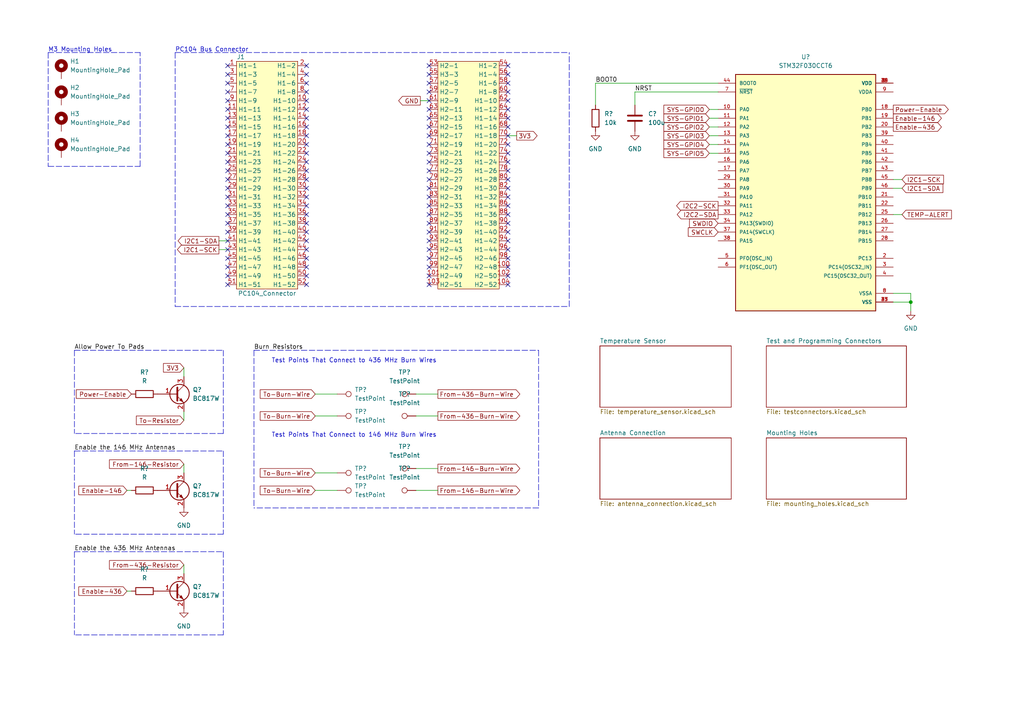
<source format=kicad_sch>
(kicad_sch (version 20211123) (generator eeschema)
  (paper "A4")
  (lib_symbols
    (symbol "Connector:TestPoint" (pin_numbers hide) (pin_names (offset 0.762) hide)
      (property "Reference" "TP" (at 0 6.858 0))
      (property "Value" "TestPoint" (at 0 5.08 0))
      (symbol "TestPoint_0_1"
        (circle (center 0 3.302) (radius 0.762))
      )
      (symbol "TestPoint_1_1"
        (pin passive line (at 0 0 90) (length 2.54) (name "1") (number "1"))
      )
    )
    (symbol "Device:C" (pin_numbers hide) (pin_names (offset 0.254))
      (property "Reference" "C" (at 0.635 2.54 0))
      (property "Value" "C" (at 0.635 -2.54 0))
      (symbol "C_0_1"
        (polyline (pts (xy -2.032 -0.762) (xy 2.032 -0.762)) (stroke (width 0.508)))
        (polyline (pts (xy -2.032 0.762) (xy 2.032 0.762)) (stroke (width 0.508)))
      )
      (symbol "C_1_1"
        (pin passive line (at 0 3.81 270) (length 2.794) (name "~") (number "1"))
        (pin passive line (at 0 -3.81 90) (length 2.794) (name "~") (number "2"))
      )
    )
    (symbol "Device:R" (pin_numbers hide) (pin_names (offset 0))
      (property "Reference" "R" (at 2.032 0 90))
      (property "Value" "R" (at 0 0 90))
      (symbol "R_0_1"
        (rectangle (start -1.016 -2.54) (end 1.016 2.54) (stroke (width 0.254)))
      )
      (symbol "R_1_1"
        (pin passive line (at 0 3.81 270) (length 1.27) (name "~") (number "1"))
        (pin passive line (at 0 -3.81 90) (length 1.27) (name "~") (number "2"))
      )
    )
    (symbol "Mechanical:MountingHole_Pad" (pin_numbers hide) (pin_names (offset 1.016) hide)
      (property "Reference" "H" (at 0 6.35 0))
      (property "Value" "MountingHole_Pad" (at 0 4.445 0))
      (symbol "MountingHole_Pad_0_1"
        (circle (center 0 1.27) (radius 1.27) (stroke (width 1.27)))
      )
      (symbol "MountingHole_Pad_1_1"
        (pin input line (at 0 -2.54 90) (length 2.54) (name "1") (number "1"))
      )
    )
    (symbol "STM32F030CCT6:STM32F030CCT6" (pin_names (offset 1.016))
      (property "Reference" "U" (at -20.3383 33.0497 0))
      (property "Value" "STM32F030CCT6" (at -20.3351 -38.1284 0))
      (symbol "STM32F030CCT6_0_0"
        (rectangle (start -20.32 -35.56) (end 20.32 33.02) (stroke (width 0.254)) (fill (type background)))
        (pin power_in line (at 25.4 30.48 180) (length 5.08) (name "VDD") (number "1"))
        (pin bidirectional line (at -25.4 22.86 0) (length 5.08) (name "PA0") (number "10"))
        (pin bidirectional line (at -25.4 20.32 0) (length 5.08) (name "PA1") (number "11"))
        (pin bidirectional line (at -25.4 17.78 0) (length 5.08) (name "PA2") (number "12"))
        (pin bidirectional line (at -25.4 15.24 0) (length 5.08) (name "PA3") (number "13"))
        (pin bidirectional line (at -25.4 12.7 0) (length 5.08) (name "PA4") (number "14"))
        (pin bidirectional line (at -25.4 10.16 0) (length 5.08) (name "PA5") (number "15"))
        (pin bidirectional line (at -25.4 7.62 0) (length 5.08) (name "PA6") (number "16"))
        (pin bidirectional line (at -25.4 5.08 0) (length 5.08) (name "PA7") (number "17"))
        (pin bidirectional line (at 25.4 22.86 180) (length 5.08) (name "PB0") (number "18"))
        (pin bidirectional line (at 25.4 20.32 180) (length 5.08) (name "PB1") (number "19"))
        (pin bidirectional line (at 25.4 -20.32 180) (length 5.08) (name "PC13") (number "2"))
        (pin bidirectional line (at 25.4 17.78 180) (length 5.08) (name "PB2") (number "20"))
        (pin bidirectional line (at 25.4 -2.54 180) (length 5.08) (name "PB10") (number "21"))
        (pin bidirectional line (at 25.4 -5.08 180) (length 5.08) (name "PB11") (number "22"))
        (pin power_in line (at 25.4 -33.02 180) (length 5.08) (name "VSS") (number "23"))
        (pin power_in line (at 25.4 30.48 180) (length 5.08) (name "VDD") (number "24"))
        (pin bidirectional line (at 25.4 -7.62 180) (length 5.08) (name "PB12") (number "25"))
        (pin bidirectional line (at 25.4 -10.16 180) (length 5.08) (name "PB13") (number "26"))
        (pin bidirectional line (at 25.4 -12.7 180) (length 5.08) (name "PB14") (number "27"))
        (pin bidirectional line (at 25.4 -15.24 180) (length 5.08) (name "PB15") (number "28"))
        (pin bidirectional line (at -25.4 2.54 0) (length 5.08) (name "PA8") (number "29"))
        (pin bidirectional line (at 25.4 -22.86 180) (length 5.08) (name "PC14(OSC32_IN)") (number "3"))
        (pin bidirectional line (at -25.4 0 0) (length 5.08) (name "PA9") (number "30"))
        (pin bidirectional line (at -25.4 -2.54 0) (length 5.08) (name "PA10") (number "31"))
        (pin bidirectional line (at -25.4 -5.08 0) (length 5.08) (name "PA11") (number "32"))
        (pin bidirectional line (at -25.4 -7.62 0) (length 5.08) (name "PA12") (number "33"))
        (pin bidirectional line (at -25.4 -10.16 0) (length 5.08) (name "PA13(SWDIO)") (number "34"))
        (pin power_in line (at 25.4 -33.02 180) (length 5.08) (name "VSS") (number "35"))
        (pin power_in line (at 25.4 30.48 180) (length 5.08) (name "VDD") (number "36"))
        (pin bidirectional line (at -25.4 -12.7 0) (length 5.08) (name "PA14(SWCLK)") (number "37"))
        (pin bidirectional line (at -25.4 -15.24 0) (length 5.08) (name "PA15") (number "38"))
        (pin bidirectional line (at 25.4 15.24 180) (length 5.08) (name "PB3") (number "39"))
        (pin bidirectional line (at 25.4 -25.4 180) (length 5.08) (name "PC15(OSC32_OUT)") (number "4"))
        (pin bidirectional line (at 25.4 12.7 180) (length 5.08) (name "PB4") (number "40"))
        (pin bidirectional line (at 25.4 10.16 180) (length 5.08) (name "PB5") (number "41"))
        (pin bidirectional line (at 25.4 7.62 180) (length 5.08) (name "PB6") (number "42"))
        (pin bidirectional line (at 25.4 5.08 180) (length 5.08) (name "PB7") (number "43"))
        (pin input line (at -25.4 30.48 0) (length 5.08) (name "BOOT0") (number "44"))
        (pin bidirectional line (at 25.4 2.54 180) (length 5.08) (name "PB8") (number "45"))
        (pin bidirectional line (at 25.4 0 180) (length 5.08) (name "PB9") (number "46"))
        (pin power_in line (at 25.4 -33.02 180) (length 5.08) (name "VSS") (number "47"))
        (pin power_in line (at 25.4 30.48 180) (length 5.08) (name "VDD") (number "48"))
        (pin bidirectional line (at -25.4 -20.32 0) (length 5.08) (name "PF0(OSC_IN)") (number "5"))
        (pin bidirectional line (at -25.4 -22.86 0) (length 5.08) (name "PF1(OSC_OUT)") (number "6"))
        (pin bidirectional line (at -25.4 27.94 0) (length 5.08) (name "~{NRST}") (number "7"))
        (pin power_in line (at 25.4 -30.48 180) (length 5.08) (name "VSSA") (number "8"))
        (pin power_in line (at 25.4 27.94 180) (length 5.08) (name "VDDA") (number "9"))
      )
    )
    (symbol "Transistor_BJT:BC817W" (pin_names (offset 0) hide)
      (property "Reference" "Q" (at 5.08 1.905 0))
      (property "Value" "BC817W" (at 5.08 0 0))
      (symbol "BC817W_0_1"
        (polyline (pts (xy 0.635 0.635) (xy 2.54 2.54)))
        (polyline (pts (xy 0.635 -0.635) (xy 2.54 -2.54) (xy 2.54 -2.54)))
        (polyline (pts (xy 0.635 1.905) (xy 0.635 -1.905) (xy 0.635 -1.905)) (stroke (width 0.508)))
        (polyline (pts (xy 1.27 -1.778) (xy 1.778 -1.27) (xy 2.286 -2.286) (xy 1.27 -1.778) (xy 1.27 -1.778)) (fill (type outline)))
        (circle (center 1.27 0) (radius 2.8194) (stroke (width 0.254)))
      )
      (symbol "BC817W_1_1"
        (pin input line (at -5.08 0 0) (length 5.715) (name "B") (number "1"))
        (pin passive line (at 2.54 -5.08 90) (length 2.54) (name "E") (number "2"))
        (pin passive line (at 2.54 5.08 270) (length 2.54) (name "C") (number "3"))
      )
    )
    (symbol "power:GND" (power) (pin_names (offset 0))
      (property "Value" "GND" (at 0 -3.81 0))
      (symbol "GND_0_1"
        (polyline (pts (xy 0 0) (xy 0 -1.27) (xy 1.27 -1.27) (xy 0 -2.54) (xy -1.27 -1.27) (xy 0 -1.27)))
      )
      (symbol "GND_1_1"
        (pin power_in line (at 0 0 270) (length 0) hide (name "GND") (number "1"))
      )
    )
    (symbol "qset-connector-library:PC104_Connector"
      (property "Reference" "J" (at -36.83 -71.12 0))
      (property "Value" "PC104_Connector" (at -26.67 -71.12 0))
      (symbol "PC104_Connector_0_1"
        (rectangle (start -38.1 -2.54) (end -20.32 -68.58) (fill (type background)))
        (rectangle (start 20.32 -2.54) (end 38.1 -68.58) (fill (type background)))
      )
      (symbol "PC104_Connector_1_1"
        (pin bidirectional line (at -40.64 -3.81 0) (length 2.54) (name "H1-1") (number "1"))
        (pin bidirectional line (at -17.78 -13.97 180) (length 2.54) (name "H1-10") (number "10"))
        (pin bidirectional line (at 40.64 -62.23 180) (length 2.54) (name "H2-48") (number "100"))
        (pin bidirectional line (at 17.78 -64.77 0) (length 2.54) (name "H2-49") (number "101"))
        (pin bidirectional line (at 40.64 -64.77 180) (length 2.54) (name "H2-50") (number "102"))
        (pin bidirectional line (at 17.78 -67.31 0) (length 2.54) (name "H2-51") (number "103"))
        (pin bidirectional line (at 40.64 -67.31 180) (length 2.54) (name "H2-52") (number "104"))
        (pin bidirectional line (at -40.64 -16.51 0) (length 2.54) (name "H1-11") (number "11"))
        (pin bidirectional line (at -17.78 -16.51 180) (length 2.54) (name "H1-12") (number "12"))
        (pin bidirectional line (at -40.64 -19.05 0) (length 2.54) (name "H1-13") (number "13"))
        (pin bidirectional line (at -17.78 -19.05 180) (length 2.54) (name "H1-14") (number "14"))
        (pin bidirectional line (at -40.64 -21.59 0) (length 2.54) (name "H1-15") (number "15"))
        (pin bidirectional line (at -17.78 -21.59 180) (length 2.54) (name "H1-16") (number "16"))
        (pin bidirectional line (at -40.64 -24.13 0) (length 2.54) (name "H1-17") (number "17"))
        (pin bidirectional line (at -17.78 -24.13 180) (length 2.54) (name "H1-18") (number "18"))
        (pin bidirectional line (at -40.64 -26.67 0) (length 2.54) (name "H1-19") (number "19"))
        (pin bidirectional line (at -17.78 -3.81 180) (length 2.54) (name "H1-2") (number "2"))
        (pin bidirectional line (at -17.78 -26.67 180) (length 2.54) (name "H1-20") (number "20"))
        (pin bidirectional line (at -40.64 -29.21 0) (length 2.54) (name "H1-21") (number "21"))
        (pin bidirectional line (at -17.78 -29.21 180) (length 2.54) (name "H1-22") (number "22"))
        (pin bidirectional line (at -40.64 -31.75 0) (length 2.54) (name "H1-23") (number "23"))
        (pin bidirectional line (at -17.78 -31.75 180) (length 2.54) (name "H1-24") (number "24"))
        (pin bidirectional line (at -40.64 -34.29 0) (length 2.54) (name "H1-25") (number "25"))
        (pin bidirectional line (at -17.78 -34.29 180) (length 2.54) (name "H1-26") (number "26"))
        (pin bidirectional line (at -40.64 -36.83 0) (length 2.54) (name "H1-27") (number "27"))
        (pin bidirectional line (at -17.78 -36.83 180) (length 2.54) (name "H1-28") (number "28"))
        (pin bidirectional line (at -40.64 -39.37 0) (length 2.54) (name "H1-29") (number "29"))
        (pin bidirectional line (at -40.64 -6.35 0) (length 2.54) (name "H1-3") (number "3"))
        (pin bidirectional line (at -17.78 -39.37 180) (length 2.54) (name "H1-30") (number "30"))
        (pin bidirectional line (at -40.64 -41.91 0) (length 2.54) (name "H1-31") (number "31"))
        (pin bidirectional line (at -17.78 -41.91 180) (length 2.54) (name "H1-32") (number "32"))
        (pin bidirectional line (at -40.64 -44.45 0) (length 2.54) (name "H1-33") (number "33"))
        (pin bidirectional line (at -17.78 -44.45 180) (length 2.54) (name "H1-34") (number "34"))
        (pin bidirectional line (at -40.64 -46.99 0) (length 2.54) (name "H1-35") (number "35"))
        (pin bidirectional line (at -17.78 -46.99 180) (length 2.54) (name "H1-36") (number "36"))
        (pin bidirectional line (at -40.64 -49.53 0) (length 2.54) (name "H1-37") (number "37"))
        (pin bidirectional line (at -17.78 -49.53 180) (length 2.54) (name "H1-38") (number "38"))
        (pin bidirectional line (at -40.64 -52.07 0) (length 2.54) (name "H1-39") (number "39"))
        (pin bidirectional line (at -17.78 -6.35 180) (length 2.54) (name "H1-4") (number "4"))
        (pin bidirectional line (at -17.78 -52.07 180) (length 2.54) (name "H1-40") (number "40"))
        (pin bidirectional line (at -40.64 -54.61 0) (length 2.54) (name "H1-41") (number "41"))
        (pin bidirectional line (at -17.78 -54.61 180) (length 2.54) (name "H1-42") (number "42"))
        (pin bidirectional line (at -40.64 -57.15 0) (length 2.54) (name "H1-43") (number "43"))
        (pin bidirectional line (at -17.78 -57.15 180) (length 2.54) (name "H1-44") (number "44"))
        (pin bidirectional line (at -40.64 -59.69 0) (length 2.54) (name "H1-45") (number "45"))
        (pin bidirectional line (at -17.78 -59.69 180) (length 2.54) (name "H1-46") (number "46"))
        (pin bidirectional line (at -40.64 -62.23 0) (length 2.54) (name "H1-47") (number "47"))
        (pin bidirectional line (at -17.78 -62.23 180) (length 2.54) (name "H1-48") (number "48"))
        (pin bidirectional line (at -40.64 -64.77 0) (length 2.54) (name "H1-49") (number "49"))
        (pin bidirectional line (at -40.64 -8.89 0) (length 2.54) (name "H1-5") (number "5"))
        (pin bidirectional line (at -17.78 -64.77 180) (length 2.54) (name "H1-50") (number "50"))
        (pin bidirectional line (at -40.64 -67.31 0) (length 2.54) (name "H1-51") (number "51"))
        (pin bidirectional line (at -17.78 -67.31 180) (length 2.54) (name "H1-52") (number "52"))
        (pin bidirectional line (at 17.78 -3.81 0) (length 2.54) (name "H2-1") (number "53"))
        (pin bidirectional line (at 40.64 -3.81 180) (length 2.54) (name "H1-2") (number "54"))
        (pin bidirectional line (at 17.78 -6.35 0) (length 2.54) (name "H3-3") (number "55"))
        (pin bidirectional line (at 40.64 -6.35 180) (length 2.54) (name "H1-4") (number "56"))
        (pin bidirectional line (at 17.78 -8.89 0) (length 2.54) (name "H2-5") (number "57"))
        (pin bidirectional line (at 40.64 -8.89 180) (length 2.54) (name "H1-6") (number "58"))
        (pin bidirectional line (at 17.78 -11.43 0) (length 2.54) (name "H2-7") (number "59"))
        (pin bidirectional line (at -17.78 -8.89 180) (length 2.54) (name "H1-6") (number "6"))
        (pin bidirectional line (at 40.64 -11.43 180) (length 2.54) (name "H1-8") (number "60"))
        (pin bidirectional line (at 17.78 -13.97 0) (length 2.54) (name "H2-9") (number "61"))
        (pin bidirectional line (at 40.64 -13.97 180) (length 2.54) (name "H1-10") (number "62"))
        (pin bidirectional line (at 17.78 -16.51 0) (length 2.54) (name "H2-11") (number "63"))
        (pin bidirectional line (at 40.64 -16.51 180) (length 2.54) (name "H1-12") (number "64"))
        (pin bidirectional line (at 17.78 -19.05 0) (length 2.54) (name "H2-13") (number "65"))
        (pin bidirectional line (at 40.64 -19.05 180) (length 2.54) (name "H1-14") (number "66"))
        (pin bidirectional line (at 17.78 -21.59 0) (length 2.54) (name "H2-15") (number "67"))
        (pin bidirectional line (at 40.64 -21.59 180) (length 2.54) (name "H1-16") (number "68"))
        (pin bidirectional line (at 17.78 -24.13 0) (length 2.54) (name "H2-17") (number "69"))
        (pin bidirectional line (at -40.64 -11.43 0) (length 2.54) (name "H1-7") (number "7"))
        (pin bidirectional line (at 40.64 -24.13 180) (length 2.54) (name "H1-18") (number "70"))
        (pin bidirectional line (at 17.78 -26.67 0) (length 2.54) (name "H2-19") (number "71"))
        (pin bidirectional line (at 40.64 -26.67 180) (length 2.54) (name "H1-20") (number "72"))
        (pin bidirectional line (at 17.78 -29.21 0) (length 2.54) (name "H2-21") (number "73"))
        (pin bidirectional line (at 40.64 -29.21 180) (length 2.54) (name "H1-22") (number "74"))
        (pin bidirectional line (at 17.78 -31.75 0) (length 2.54) (name "H2-23") (number "75"))
        (pin bidirectional line (at 40.64 -31.75 180) (length 2.54) (name "H1-24") (number "76"))
        (pin bidirectional line (at 17.78 -34.29 0) (length 2.54) (name "H2-25") (number "77"))
        (pin bidirectional line (at 40.64 -34.29 180) (length 2.54) (name "H1-26") (number "78"))
        (pin bidirectional line (at 17.78 -36.83 0) (length 2.54) (name "H2-27") (number "79"))
        (pin bidirectional line (at -17.78 -11.43 180) (length 2.54) (name "H1-8") (number "8"))
        (pin bidirectional line (at 40.64 -36.83 180) (length 2.54) (name "H1-28") (number "80"))
        (pin bidirectional line (at 17.78 -39.37 0) (length 2.54) (name "H2-29") (number "81"))
        (pin bidirectional line (at 40.64 -39.37 180) (length 2.54) (name "H1-30") (number "82"))
        (pin bidirectional line (at 17.78 -41.91 0) (length 2.54) (name "H2-31") (number "83"))
        (pin bidirectional line (at 40.64 -41.91 180) (length 2.54) (name "H1-32") (number "84"))
        (pin bidirectional line (at 17.78 -44.45 0) (length 2.54) (name "H2-33") (number "85"))
        (pin bidirectional line (at 40.64 -44.45 180) (length 2.54) (name "H1-34") (number "86"))
        (pin bidirectional line (at 17.78 -46.99 0) (length 2.54) (name "H2-35") (number "87"))
        (pin bidirectional line (at 40.64 -46.99 180) (length 2.54) (name "H1-36") (number "88"))
        (pin bidirectional line (at 17.78 -49.53 0) (length 2.54) (name "H2-37") (number "89"))
        (pin bidirectional line (at -40.64 -13.97 0) (length 2.54) (name "H1-9") (number "9"))
        (pin bidirectional line (at 40.64 -49.53 180) (length 2.54) (name "H1-38") (number "90"))
        (pin bidirectional line (at 17.78 -52.07 0) (length 2.54) (name "H2-39") (number "91"))
        (pin bidirectional line (at 40.64 -52.07 180) (length 2.54) (name "H1-40") (number "92"))
        (pin bidirectional line (at 17.78 -54.61 0) (length 2.54) (name "H2-41") (number "93"))
        (pin bidirectional line (at 40.64 -54.61 180) (length 2.54) (name "H1-42") (number "94"))
        (pin bidirectional line (at 17.78 -57.15 0) (length 2.54) (name "H2-43") (number "95"))
        (pin bidirectional line (at 40.64 -57.15 180) (length 2.54) (name "H1-44") (number "96"))
        (pin bidirectional line (at 17.78 -59.69 0) (length 2.54) (name "H2-45") (number "97"))
        (pin bidirectional line (at 40.64 -59.69 180) (length 2.54) (name "H2-46") (number "98"))
        (pin bidirectional line (at 17.78 -62.23 0) (length 2.54) (name "H2-47") (number "99"))
      )
    )
  )
  (junction (at 264.16 87.63))
  (no_connect (at 66.04 29.21))
  (no_connect (at 66.04 31.75))
  (no_connect (at 66.04 46.99))
  (no_connect (at 66.04 19.05))
  (no_connect (at 66.04 21.59))
  (no_connect (at 66.04 24.13))
  (no_connect (at 66.04 26.67))
  (no_connect (at 66.04 34.29))
  (no_connect (at 66.04 36.83))
  (no_connect (at 66.04 39.37))
  (no_connect (at 66.04 41.91))
  (no_connect (at 66.04 44.45))
  (no_connect (at 66.04 59.69))
  (no_connect (at 66.04 62.23))
  (no_connect (at 66.04 64.77))
  (no_connect (at 66.04 67.31))
  (no_connect (at 66.04 69.85))
  (no_connect (at 66.04 72.39))
  (no_connect (at 66.04 74.93))
  (no_connect (at 66.04 77.47))
  (no_connect (at 66.04 80.01))
  (no_connect (at 66.04 82.55))
  (no_connect (at 88.9 82.55))
  (no_connect (at 88.9 80.01))
  (no_connect (at 88.9 77.47))
  (no_connect (at 88.9 74.93))
  (no_connect (at 88.9 72.39))
  (no_connect (at 88.9 69.85))
  (no_connect (at 88.9 67.31))
  (no_connect (at 88.9 64.77))
  (no_connect (at 88.9 62.23))
  (no_connect (at 88.9 59.69))
  (no_connect (at 66.04 49.53))
  (no_connect (at 66.04 52.07))
  (no_connect (at 66.04 54.61))
  (no_connect (at 66.04 57.15))
  (no_connect (at 88.9 57.15))
  (no_connect (at 88.9 54.61))
  (no_connect (at 88.9 52.07))
  (no_connect (at 88.9 49.53))
  (no_connect (at 88.9 46.99))
  (no_connect (at 88.9 44.45))
  (no_connect (at 88.9 41.91))
  (no_connect (at 88.9 36.83))
  (no_connect (at 88.9 39.37))
  (no_connect (at 88.9 19.05))
  (no_connect (at 88.9 21.59))
  (no_connect (at 88.9 24.13))
  (no_connect (at 88.9 26.67))
  (no_connect (at 88.9 29.21))
  (no_connect (at 88.9 31.75))
  (no_connect (at 88.9 34.29))
  (no_connect (at 124.46 31.75))
  (no_connect (at 124.46 19.05))
  (no_connect (at 124.46 21.59))
  (no_connect (at 124.46 24.13))
  (no_connect (at 124.46 26.67))
  (no_connect (at 124.46 29.21))
  (no_connect (at 124.46 34.29))
  (no_connect (at 124.46 36.83))
  (no_connect (at 124.46 39.37))
  (no_connect (at 124.46 41.91))
  (no_connect (at 124.46 44.45))
  (no_connect (at 124.46 46.99))
  (no_connect (at 124.46 49.53))
  (no_connect (at 124.46 52.07))
  (no_connect (at 124.46 54.61))
  (no_connect (at 124.46 57.15))
  (no_connect (at 124.46 59.69))
  (no_connect (at 124.46 62.23))
  (no_connect (at 124.46 64.77))
  (no_connect (at 124.46 67.31))
  (no_connect (at 124.46 69.85))
  (no_connect (at 124.46 72.39))
  (no_connect (at 124.46 74.93))
  (no_connect (at 124.46 77.47))
  (no_connect (at 124.46 80.01))
  (no_connect (at 124.46 82.55))
  (no_connect (at 147.32 82.55))
  (no_connect (at 147.32 80.01))
  (no_connect (at 147.32 77.47))
  (no_connect (at 147.32 74.93))
  (no_connect (at 147.32 72.39))
  (no_connect (at 147.32 69.85))
  (no_connect (at 147.32 67.31))
  (no_connect (at 147.32 64.77))
  (no_connect (at 147.32 62.23))
  (no_connect (at 147.32 59.69))
  (no_connect (at 147.32 57.15))
  (no_connect (at 147.32 54.61))
  (no_connect (at 147.32 52.07))
  (no_connect (at 147.32 29.21))
  (no_connect (at 147.32 19.05))
  (no_connect (at 147.32 21.59))
  (no_connect (at 147.32 24.13))
  (no_connect (at 147.32 26.67))
  (no_connect (at 147.32 49.53))
  (no_connect (at 147.32 46.99))
  (no_connect (at 147.32 44.45))
  (no_connect (at 147.32 41.91))
  (no_connect (at 147.32 39.37))
  (no_connect (at 147.32 36.83))
  (no_connect (at 147.32 34.29))
  (no_connect (at 147.32 31.75))
  (wire (pts (xy 38.1 171.45) (xy 36.83 171.45)))
  (polyline (pts (xy 73.66 101.6) (xy 73.66 147.32)))
  (polyline (pts (xy 50.8 15.24) (xy 50.8 88.9)))
  (wire (pts (xy 261.62 52.07) (xy 259.08 52.07)))
  (polyline (pts (xy 73.66 101.6) (xy 156.21 101.6)))
  (polyline (pts (xy 21.59 101.6) (xy 64.77 101.6)))
  (polyline (pts (xy 64.77 160.02) (xy 64.77 184.15)))
  (wire (pts (xy 120.65 135.89) (xy 127 135.89)))
  (polyline (pts (xy 156.21 147.32) (xy 73.66 147.32)))
  (polyline (pts (xy 21.59 130.81) (xy 21.59 154.94)))
  (wire (pts (xy 259.08 87.63) (xy 264.16 87.63)))
  (wire (pts (xy 205.74 34.29) (xy 208.28 34.29)))
  (polyline (pts (xy 13.97 15.24) (xy 13.97 48.26)))
  (wire (pts (xy 172.72 24.13) (xy 208.28 24.13)))
  (wire (pts (xy 63.5 69.85) (xy 66.04 69.85)))
  (polyline (pts (xy 50.8 88.9) (xy 165.1 88.9)))
  (polyline (pts (xy 64.77 130.81) (xy 64.77 154.94)))
  (polyline (pts (xy 64.77 154.94) (xy 21.59 154.94)))
  (polyline (pts (xy 40.64 48.26) (xy 40.64 15.24)))
  (wire (pts (xy 91.44 137.16) (xy 97.79 137.16)))
  (wire (pts (xy 53.34 134.62) (xy 53.34 137.16)))
  (wire (pts (xy 38.1 142.24) (xy 36.83 142.24)))
  (wire (pts (xy 184.15 26.67) (xy 208.28 26.67)))
  (wire (pts (xy 91.44 142.24) (xy 97.79 142.24)))
  (wire (pts (xy 205.74 44.45) (xy 208.28 44.45)))
  (wire (pts (xy 261.62 54.61) (xy 259.08 54.61)))
  (wire (pts (xy 261.62 62.23) (xy 259.08 62.23)))
  (wire (pts (xy 205.74 36.83) (xy 208.28 36.83)))
  (wire (pts (xy 259.08 85.09) (xy 264.16 85.09)))
  (wire (pts (xy 172.72 30.48) (xy 172.72 24.13)))
  (wire (pts (xy 264.16 85.09) (xy 264.16 87.63)))
  (wire (pts (xy 63.5 72.39) (xy 66.04 72.39)))
  (polyline (pts (xy 21.59 101.6) (xy 21.59 125.73)))
  (wire (pts (xy 184.15 30.48) (xy 184.15 26.67)))
  (wire (pts (xy 120.65 120.65) (xy 127 120.65)))
  (polyline (pts (xy 64.77 125.73) (xy 21.59 125.73)))
  (polyline (pts (xy 156.21 101.6) (xy 156.21 147.32)))
  (polyline (pts (xy 21.59 160.02) (xy 21.59 184.15)))
  (wire (pts (xy 53.34 163.83) (xy 53.34 166.37)))
  (polyline (pts (xy 13.97 48.26) (xy 40.64 48.26)))
  (wire (pts (xy 205.74 31.75) (xy 208.28 31.75)))
  (wire (pts (xy 91.44 114.3) (xy 97.79 114.3)))
  (wire (pts (xy 264.16 87.63) (xy 264.16 90.17)))
  (wire (pts (xy 205.74 41.91) (xy 208.28 41.91)))
  (wire (pts (xy 149.86 39.37) (xy 147.32 39.37)))
  (polyline (pts (xy 64.77 184.15) (xy 21.59 184.15)))
  (wire (pts (xy 91.44 120.65) (xy 97.79 120.65)))
  (polyline (pts (xy 21.59 160.02) (xy 64.77 160.02)))
  (wire (pts (xy 120.65 142.24) (xy 127 142.24)))
  (polyline (pts (xy 21.59 130.81) (xy 64.77 130.81)))
  (polyline (pts (xy 64.77 101.6) (xy 64.77 125.73)))
  (wire (pts (xy 121.92 29.21) (xy 124.46 29.21)))
  (wire (pts (xy 53.34 119.38) (xy 53.34 121.92)))
  (polyline (pts (xy 50.8 15.24) (xy 165.1 15.24)))
  (wire (pts (xy 205.74 39.37) (xy 208.28 39.37)))
  (polyline (pts (xy 165.1 88.9) (xy 165.1 15.24)))
  (wire (pts (xy 53.34 106.68) (xy 53.34 109.22)))
  (wire (pts (xy 120.65 114.3) (xy 127 114.3)))
  (polyline (pts (xy 13.97 15.24) (xy 40.64 15.24)))
  (text "Test Points That Connect to 436 MHz Burn Wires" (at 78.74 105.41 0) (effects (font (size 1.27 1.27)) (justify left bottom)))
  (text "M3 Mounting Holes\n" (at 13.97 15.24 0) (effects (font (size 1.27 1.27)) (justify left bottom)))
  (text "Test Points That Connect to 146 MHz Burn Wires" (at 78.74 127 0) (effects (font (size 1.27 1.27)) (justify left bottom)))
  (text "PC104 Bus Connector" (at 50.8 15.24 0) (effects (font (size 1.27 1.27)) (justify left bottom)))
  (label "BOOT0" (at 172.72 24.13 0))
  (label "NRST" (at 184.15 26.67 0))
  (label "Allow Power To Pads" (at 21.59 101.6 0))
  (label "Enable the 146 MHz Antennas" (at 21.59 130.81 0))
  (label "Enable the 436 MHz Antennas" (at 21.59 160.02 0))
  (label "Burn Resistors" (at 73.66 101.6 0))
  (global_label "From-146-Resistor" (shape input) (at 53.34 134.62 180) (property "Intersheet References" "${INTERSHEET_REFS}" (effects hide)))
  (global_label "To-Burn-Wire" (shape input) (at 91.44 142.24 180) (property "Intersheet References" "${INTERSHEET_REFS}" (effects hide)))
  (global_label "SWDIO" (shape input) (at 208.28 64.77 180) (property "Intersheet References" "${INTERSHEET_REFS}" (effects hide)))
  (global_label "I2C1-SCK" (shape output) (at 63.5 72.39 180) (property "Intersheet References" "${INTERSHEET_REFS}" (effects hide)))
  (global_label "SYS-GPIO4" (shape input) (at 205.74 41.91 180) (property "Intersheet References" "${INTERSHEET_REFS}" (effects hide)))
  (global_label "SYS-GPIO5" (shape input) (at 205.74 44.45 180) (property "Intersheet References" "${INTERSHEET_REFS}" (effects hide)))
  (global_label "I2C1-SDA" (shape output) (at 63.5 69.85 180) (property "Intersheet References" "${INTERSHEET_REFS}" (effects hide)))
  (global_label "SYS-GPIO2" (shape input) (at 205.74 36.83 180) (property "Intersheet References" "${INTERSHEET_REFS}" (effects hide)))
  (global_label "I2C2-SCK" (shape output) (at 208.28 59.69 180) (property "Intersheet References" "${INTERSHEET_REFS}" (effects hide)))
  (global_label "To-Burn-Wire" (shape input) (at 91.44 114.3 180) (property "Intersheet References" "${INTERSHEET_REFS}" (effects hide)))
  (global_label "GND" (shape output) (at 121.92 29.21 180) (property "Intersheet References" "${INTERSHEET_REFS}" (effects hide)))
  (global_label "SYS-GPIO1" (shape input) (at 205.74 34.29 180) (property "Intersheet References" "${INTERSHEET_REFS}" (effects hide)))
  (global_label "SWCLK" (shape input) (at 208.28 67.31 180) (property "Intersheet References" "${INTERSHEET_REFS}" (effects hide)))
  (global_label "Power-Enable" (shape output) (at 259.08 31.75 0) (property "Intersheet References" "${INTERSHEET_REFS}" (effects hide)))
  (global_label "To-Resistor" (shape input) (at 53.34 121.92 180) (property "Intersheet References" "${INTERSHEET_REFS}" (effects hide)))
  (global_label "3V3" (shape output) (at 149.86 39.37 0) (property "Intersheet References" "${INTERSHEET_REFS}" (effects hide)))
  (global_label "Enable-146" (shape output) (at 259.08 34.29 0) (property "Intersheet References" "${INTERSHEET_REFS}" (effects hide)))
  (global_label "3V3" (shape input) (at 53.34 106.68 180) (property "Intersheet References" "${INTERSHEET_REFS}" (effects hide)))
  (global_label "I2C1-SDA" (shape input) (at 261.62 54.61 0) (property "Intersheet References" "${INTERSHEET_REFS}" (effects hide)))
  (global_label "Enable-436" (shape output) (at 259.08 36.83 0) (property "Intersheet References" "${INTERSHEET_REFS}" (effects hide)))
  (global_label "Power-Enable" (shape input) (at 38.1 114.3 180) (property "Intersheet References" "${INTERSHEET_REFS}" (effects hide)))
  (global_label "To-Burn-Wire" (shape input) (at 91.44 120.65 180) (property "Intersheet References" "${INTERSHEET_REFS}" (effects hide)))
  (global_label "I2C2-SDA" (shape output) (at 208.28 62.23 180) (property "Intersheet References" "${INTERSHEET_REFS}" (effects hide)))
  (global_label "From-146-Burn-Wire" (shape output) (at 127 135.89 0) (property "Intersheet References" "${INTERSHEET_REFS}" (effects hide)))
  (global_label "TEMP-ALERT" (shape input) (at 261.62 62.23 0) (property "Intersheet References" "${INTERSHEET_REFS}" (effects hide)))
  (global_label "I2C1-SCK" (shape input) (at 261.62 52.07 0) (property "Intersheet References" "${INTERSHEET_REFS}" (effects hide)))
  (global_label "From-436-Burn-Wire" (shape output) (at 127 114.3 0) (property "Intersheet References" "${INTERSHEET_REFS}" (effects hide)))
  (global_label "From-436-Burn-Wire" (shape output) (at 127 120.65 0) (property "Intersheet References" "${INTERSHEET_REFS}" (effects hide)))
  (global_label "SYS-GPIO3" (shape input) (at 205.74 39.37 180) (property "Intersheet References" "${INTERSHEET_REFS}" (effects hide)))
  (global_label "From-436-Resistor" (shape input) (at 53.34 163.83 180) (property "Intersheet References" "${INTERSHEET_REFS}" (effects hide)))
  (global_label "Enable-436" (shape input) (at 36.83 171.45 180) (property "Intersheet References" "${INTERSHEET_REFS}" (effects hide)))
  (global_label "Enable-146" (shape input) (at 36.83 142.24 180) (property "Intersheet References" "${INTERSHEET_REFS}" (effects hide)))
  (global_label "SYS-GPIO0" (shape input) (at 205.74 31.75 180) (property "Intersheet References" "${INTERSHEET_REFS}" (effects hide)))
  (global_label "From-146-Burn-Wire" (shape output) (at 127 142.24 0) (property "Intersheet References" "${INTERSHEET_REFS}" (effects hide)))
  (global_label "To-Burn-Wire" (shape input) (at 91.44 137.16 180) (property "Intersheet References" "${INTERSHEET_REFS}" (effects hide)))
  (symbol (lib_id "Mechanical:MountingHole_Pad") (at 17.78 27.94 0) (unit 1)
    (property "Reference" "H2" (at 20.32 25.3999 0) (effects (justify left)))
    (property "Value" "MountingHole_Pad" (at 20.32 27.9399 0) (effects (justify left)))
    (property "Footprint" "MountingHole:MountingHole_3.2mm_M3_Pad_TopBottom" (effects hide))
  )
  (symbol (lib_id "Connector:TestPoint") (at 120.65 120.65 90) (unit 1)
    (property "Reference" "TP?" (at 117.348 114.3 90))
    (property "Value" "TestPoint" (at 117.348 116.84 90))
  )
  (symbol (lib_id "power:GND") (at 184.15 38.1 0) (unit 1)
    (property "Reference" "#PWR?" (effects hide))
    (property "Value" "GND" (at 184.15 43.18 0))
  )
  (symbol (lib_id "Connector:TestPoint") (at 120.65 114.3 90) (unit 1)
    (property "Reference" "TP?" (at 117.348 107.95 90))
    (property "Value" "TestPoint" (at 117.348 110.49 90))
  )
  (symbol (lib_id "Connector:TestPoint") (at 120.65 135.89 90) (unit 1)
    (property "Reference" "TP?" (at 117.348 129.54 90))
    (property "Value" "TestPoint" (at 117.348 132.08 90))
  )
  (symbol (lib_id "Transistor_BJT:BC817W") (at 50.8 142.24 0) (unit 1)
    (property "Reference" "Q?" (at 55.88 140.9699 0) (effects (justify left)))
    (property "Value" "BC817W" (at 55.88 143.5099 0) (effects (justify left)))
    (property "Footprint" "Package_TO_SOT_SMD:SOT-323_SC-70" (effects hide))
    (property "Datasheet" "https://www.onsemi.com/pub/Collateral/BC818-D.pdf" (effects hide))
  )
  (symbol (lib_id "Device:R") (at 172.72 34.29 0) (unit 1)
    (property "Reference" "R?" (at 175.26 33.0199 0) (effects (justify left)))
    (property "Value" "10k" (at 175.26 35.5599 0) (effects (justify left)))
  )
  (symbol (lib_id "Connector:TestPoint") (at 97.79 120.65 270) (unit 1)
    (property "Reference" "TP?" (at 102.87 119.3799 90) (effects (justify left)))
    (property "Value" "TestPoint" (at 102.87 121.9199 90) (effects (justify left)))
  )
  (symbol (lib_id "power:GND") (at 172.72 38.1 0) (unit 1)
    (property "Reference" "#PWR?" (effects hide))
    (property "Value" "GND" (at 172.72 43.18 0))
  )
  (symbol (lib_id "power:GND") (at 53.34 176.53 0) (unit 1)
    (property "Reference" "#PWR?" (effects hide))
    (property "Value" "GND" (at 53.34 181.61 0))
  )
  (symbol (lib_id "Mechanical:MountingHole_Pad") (at 17.78 20.32 0) (unit 1)
    (property "Reference" "H1" (at 20.32 17.7799 0) (effects (justify left)))
    (property "Value" "MountingHole_Pad" (at 20.32 20.3199 0) (effects (justify left)))
    (property "Footprint" "MountingHole:MountingHole_3.2mm_M3_Pad_TopBottom" (effects hide))
  )
  (symbol (lib_id "power:GND") (at 264.16 90.17 0) (unit 1)
    (property "Reference" "#PWR?" (effects hide))
    (property "Value" "GND" (at 264.16 95.25 0))
  )
  (symbol (lib_id "Device:R") (at 41.91 142.24 90) (unit 1)
    (property "Reference" "R?" (at 41.91 135.89 90))
    (property "Value" "R" (at 41.91 138.43 90))
  )
  (symbol (lib_id "Transistor_BJT:BC817W") (at 50.8 114.3 0) (unit 1)
    (property "Reference" "Q?" (at 55.88 113.0299 0) (effects (justify left)))
    (property "Value" "BC817W" (at 55.88 115.5699 0) (effects (justify left)))
    (property "Footprint" "Package_TO_SOT_SMD:SOT-323_SC-70" (effects hide))
    (property "Datasheet" "https://www.onsemi.com/pub/Collateral/BC818-D.pdf" (effects hide))
  )
  (symbol (lib_id "Connector:TestPoint") (at 97.79 142.24 270) (unit 1)
    (property "Reference" "TP?" (at 102.87 140.9699 90) (effects (justify left)))
    (property "Value" "TestPoint" (at 102.87 143.5099 90) (effects (justify left)))
  )
  (symbol (lib_id "Mechanical:MountingHole_Pad") (at 17.78 43.18 0) (unit 1)
    (property "Reference" "H4" (at 20.32 40.6399 0) (effects (justify left)))
    (property "Value" "MountingHole_Pad" (at 20.32 43.1799 0) (effects (justify left)))
    (property "Footprint" "MountingHole:MountingHole_3.2mm_M3_Pad_TopBottom" (effects hide))
  )
  (symbol (lib_id "Connector:TestPoint") (at 120.65 142.24 90) (unit 1)
    (property "Reference" "TP?" (at 117.348 135.89 90))
    (property "Value" "TestPoint" (at 117.348 138.43 90))
  )
  (symbol (lib_id "Device:R") (at 41.91 171.45 90) (unit 1)
    (property "Reference" "R?" (at 41.91 165.1 90))
    (property "Value" "R" (at 41.91 167.64 90))
  )
  (symbol (lib_id "Connector:TestPoint") (at 97.79 137.16 270) (unit 1)
    (property "Reference" "TP?" (at 102.87 135.8899 90) (effects (justify left)))
    (property "Value" "TestPoint" (at 102.87 138.4299 90) (effects (justify left)))
  )
  (symbol (lib_id "STM32F030CCT6:STM32F030CCT6") (at 233.68 54.61 0) (unit 1)
    (property "Reference" "U?" (at 233.68 16.51 0))
    (property "Value" "STM32F030CCT6" (at 233.68 19.05 0))
    (property "Footprint" "QFP50P900X900X160-48N" (effects hide))
    (property "MANUFACTURER" "STMicroelectronics" (effects hide))
  )
  (symbol (lib_id "qset-connector-library:PC104_Connector") (at 106.68 15.24 0) (unit 1)
    (property "Reference" "J1" (at 69.85 16.51 0))
    (property "Value" "PC104_Connector" (at 77.47 85.09 0))
    (property "Footprint" "pc104-connector:pc104-connector" (effects hide))
  )
  (symbol (lib_id "Device:R") (at 41.91 114.3 90) (unit 1)
    (property "Reference" "R?" (at 41.91 107.95 90))
    (property "Value" "R" (at 41.91 110.49 90))
  )
  (symbol (lib_id "power:GND") (at 53.34 147.32 0) (unit 1)
    (property "Reference" "#PWR?" (effects hide))
    (property "Value" "GND" (at 53.34 152.4 0))
  )
  (symbol (lib_id "Connector:TestPoint") (at 97.79 114.3 270) (unit 1)
    (property "Reference" "TP?" (at 102.87 113.0299 90) (effects (justify left)))
    (property "Value" "TestPoint" (at 102.87 115.5699 90) (effects (justify left)))
  )
  (symbol (lib_id "Mechanical:MountingHole_Pad") (at 17.78 35.56 0) (unit 1)
    (property "Reference" "H3" (at 20.32 33.0199 0) (effects (justify left)))
    (property "Value" "MountingHole_Pad" (at 20.32 35.5599 0) (effects (justify left)))
    (property "Footprint" "MountingHole:MountingHole_3.2mm_M3_Pad_TopBottom" (effects hide))
  )
  (symbol (lib_id "Device:C") (at 184.15 34.29 0) (unit 1)
    (property "Reference" "C?" (at 187.96 33.0199 0) (effects (justify left)))
    (property "Value" "100u" (at 187.96 35.5599 0) (effects (justify left)))
  )
  (symbol (lib_id "Transistor_BJT:BC817W") (at 50.8 171.45 0) (unit 1)
    (property "Reference" "Q?" (at 55.88 170.1799 0) (effects (justify left)))
    (property "Value" "BC817W" (at 55.88 172.7199 0) (effects (justify left)))
    (property "Footprint" "Package_TO_SOT_SMD:SOT-323_SC-70" (effects hide))
    (property "Datasheet" "https://www.onsemi.com/pub/Collateral/BC818-D.pdf" (effects hide))
  )
  (sheet (at 173.99 127) (size 38.1 17.78) (stroke (width 0.1524))
    (property "Sheet name" "Antenna Connection" (at 173.99 126.2884 0) (effects (justify left bottom)))
    (property "Sheet file" "antenna_connection.kicad_sch" (at 173.99 145.3646 0) (effects (justify left top)))
  )
  (sheet (at 173.99 100.33) (size 38.1 17.78) (stroke (width 0.1524))
    (property "Sheet name" "Temperature Sensor" (at 173.99 99.6184 0) (effects (justify left bottom)))
    (property "Sheet file" "temperature_sensor.kicad_sch" (at 173.99 118.6946 0) (effects (justify left top)))
  )
  (sheet (at 222.25 100.33) (size 40.64 17.78) (stroke (width 0.1524))
    (property "Sheet name" "Test and Programming Connectors" (at 222.25 99.6184 0) (effects (justify left bottom)))
    (property "Sheet file" "testconnectors.kicad_sch" (at 222.25 118.6946 0) (effects (justify left top)))
  )
  (sheet (at 222.25 127) (size 40.64 17.78) (stroke (width 0.1524))
    (property "Sheet name" "Mounting Holes" (at 222.25 126.2884 0) (effects (justify left bottom)))
    (property "Sheet file" "mounting_holes.kicad_sch" (at 222.25 145.3646 0) (effects (justify left top)))
  )
)
</source>
